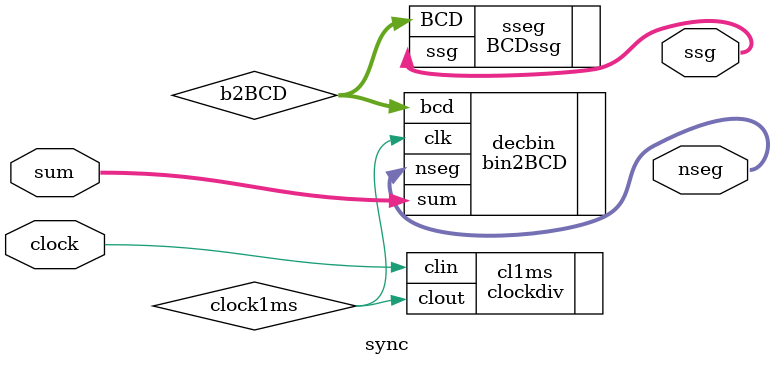
<source format=v>
`include "binBCD.v"
`include "BCD7s.v"
`include "selector.v"
`include "clockdiv.v"


module sync(sum, clock, ssg, nseg);
    input [8:0] sum;
    input clock;
    output [6:0] ssg;
    output [3:0] nseg;

    wire clock1ms;
    
    wire [3:0] b2BCD;

    clockdiv cl1ms(.clin(clock), .clout(clock1ms));

    bin2BCD  decbin(.sum(sum), .bcd(b2BCD), .clk(clock1ms), .nseg(nseg));
    BCDssg   sseg(.BCD(b2BCD), .ssg(ssg));        
    

endmodule
</source>
